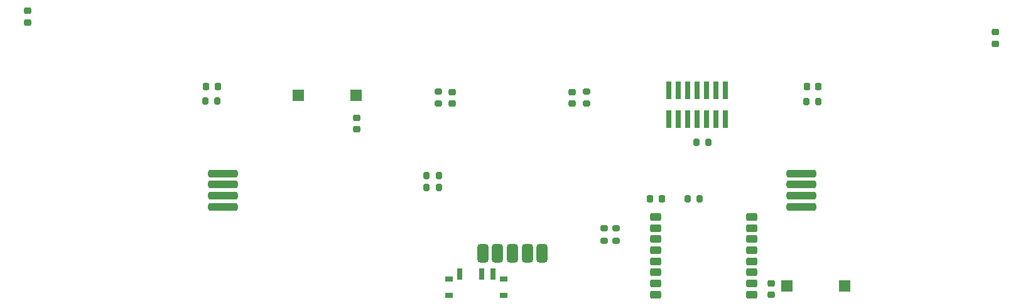
<source format=gbr>
%TF.GenerationSoftware,KiCad,Pcbnew,8.0.4*%
%TF.CreationDate,2024-11-30T13:52:58+01:00*%
%TF.ProjectId,ALL_PCBS,414c4c5f-5043-4425-932e-6b696361645f,rev?*%
%TF.SameCoordinates,Original*%
%TF.FileFunction,Paste,Top*%
%TF.FilePolarity,Positive*%
%FSLAX46Y46*%
G04 Gerber Fmt 4.6, Leading zero omitted, Abs format (unit mm)*
G04 Created by KiCad (PCBNEW 8.0.4) date 2024-11-30 13:52:58*
%MOMM*%
%LPD*%
G01*
G04 APERTURE LIST*
G04 Aperture macros list*
%AMRoundRect*
0 Rectangle with rounded corners*
0 $1 Rounding radius*
0 $2 $3 $4 $5 $6 $7 $8 $9 X,Y pos of 4 corners*
0 Add a 4 corners polygon primitive as box body*
4,1,4,$2,$3,$4,$5,$6,$7,$8,$9,$2,$3,0*
0 Add four circle primitives for the rounded corners*
1,1,$1+$1,$2,$3*
1,1,$1+$1,$4,$5*
1,1,$1+$1,$6,$7*
1,1,$1+$1,$8,$9*
0 Add four rect primitives between the rounded corners*
20,1,$1+$1,$2,$3,$4,$5,0*
20,1,$1+$1,$4,$5,$6,$7,0*
20,1,$1+$1,$6,$7,$8,$9,0*
20,1,$1+$1,$8,$9,$2,$3,0*%
G04 Aperture macros list end*
%ADD10RoundRect,0.200000X0.200000X0.275000X-0.200000X0.275000X-0.200000X-0.275000X0.200000X-0.275000X0*%
%ADD11R,1.000000X0.800000*%
%ADD12R,0.700000X1.500000*%
%ADD13RoundRect,0.200000X-0.200000X-0.275000X0.200000X-0.275000X0.200000X0.275000X-0.200000X0.275000X0*%
%ADD14R,0.740000X2.400000*%
%ADD15RoundRect,0.225000X-0.250000X0.225000X-0.250000X-0.225000X0.250000X-0.225000X0.250000X0.225000X0*%
%ADD16RoundRect,0.225000X0.250000X-0.225000X0.250000X0.225000X-0.250000X0.225000X-0.250000X-0.225000X0*%
%ADD17R,1.500000X1.500000*%
%ADD18RoundRect,0.218750X-0.218750X-0.256250X0.218750X-0.256250X0.218750X0.256250X-0.218750X0.256250X0*%
%ADD19RoundRect,0.200000X0.275000X-0.200000X0.275000X0.200000X-0.275000X0.200000X-0.275000X-0.200000X0*%
%ADD20RoundRect,0.250000X1.750000X0.250000X-1.750000X0.250000X-1.750000X-0.250000X1.750000X-0.250000X0*%
%ADD21RoundRect,0.200000X-0.275000X0.200000X-0.275000X-0.200000X0.275000X-0.200000X0.275000X0.200000X0*%
%ADD22RoundRect,0.375000X0.375000X-0.875000X0.375000X0.875000X-0.375000X0.875000X-0.375000X-0.875000X0*%
%ADD23RoundRect,0.275000X0.475000X0.275000X-0.475000X0.275000X-0.475000X-0.275000X0.475000X-0.275000X0*%
%ADD24RoundRect,0.250000X-1.750000X-0.250000X1.750000X-0.250000X1.750000X0.250000X-1.750000X0.250000X0*%
%ADD25RoundRect,0.218750X-0.256250X0.218750X-0.256250X-0.218750X0.256250X-0.218750X0.256250X0.218750X0*%
G04 APERTURE END LIST*
D10*
%TO.C,R8*%
X188600000Y-120375000D03*
X186950000Y-120375000D03*
%TD*%
D11*
%TO.C,BOOT*%
X154800000Y-131200000D03*
X154800000Y-133410000D03*
X162100000Y-131200000D03*
X162100000Y-133410000D03*
D12*
X156200000Y-130550000D03*
X159200000Y-130550000D03*
X160700000Y-130550000D03*
%TD*%
D13*
%TO.C,R13*%
X151750000Y-118800000D03*
X153400000Y-118800000D03*
%TD*%
D14*
%TO.C,PROG*%
X184450000Y-109600000D03*
X184450000Y-105700000D03*
X185720000Y-109600000D03*
X185720000Y-105700000D03*
X186990000Y-109600000D03*
X186990000Y-105700000D03*
X188260000Y-109600000D03*
X188260000Y-105700000D03*
X189530000Y-109600000D03*
X189530000Y-105700000D03*
X190800000Y-109600000D03*
X190800000Y-105700000D03*
X192070000Y-109600000D03*
X192070000Y-105700000D03*
%TD*%
D15*
%TO.C,C27*%
X198210000Y-131775000D03*
X198210000Y-133325000D03*
%TD*%
D16*
%TO.C,C9*%
X142300000Y-110975000D03*
X142300000Y-109425000D03*
%TD*%
D15*
%TO.C,C1*%
X228450000Y-97875000D03*
X228450000Y-99425000D03*
%TD*%
D17*
%TO.C,KEY*%
X200300000Y-132090000D03*
X208100000Y-132090000D03*
%TD*%
D10*
%TO.C,R7*%
X204575000Y-107200000D03*
X202925000Y-107200000D03*
%TD*%
D18*
%TO.C,D7*%
X181882500Y-120380000D03*
X183457500Y-120380000D03*
%TD*%
D13*
%TO.C,R14*%
X151750000Y-117250000D03*
X153400000Y-117250000D03*
%TD*%
D19*
%TO.C,R2*%
X153300000Y-107525000D03*
X153300000Y-105875000D03*
%TD*%
%TO.C,R1*%
X173300000Y-107525000D03*
X173300000Y-105875000D03*
%TD*%
D17*
%TO.C,RESET*%
X134425000Y-106425000D03*
X142225000Y-106425000D03*
%TD*%
D10*
%TO.C,R3*%
X123575000Y-107175000D03*
X121925000Y-107175000D03*
%TD*%
D20*
%TO.C,Encoder_L1*%
X124300000Y-121450000D03*
X124300000Y-119950000D03*
X124300000Y-118450000D03*
X124300000Y-116950000D03*
%TD*%
D21*
%TO.C,R4*%
X175670000Y-124370000D03*
X175670000Y-126020000D03*
%TD*%
D18*
%TO.C,D3*%
X122012500Y-105200000D03*
X123587500Y-105200000D03*
%TD*%
D22*
%TO.C,IMU*%
X159325000Y-127725000D03*
X161325000Y-127725000D03*
X163325000Y-127725000D03*
X165325000Y-127725000D03*
X167325000Y-127725000D03*
%TD*%
D23*
%TO.C,U7*%
X195590000Y-133300000D03*
X195590000Y-131800000D03*
X195590000Y-130300000D03*
X195590000Y-128800000D03*
X195590000Y-127300000D03*
X195590000Y-125800000D03*
X195590000Y-124300000D03*
X195590000Y-122800000D03*
X182590000Y-122800000D03*
X182590000Y-124300000D03*
X182590000Y-125800000D03*
X182590000Y-127300000D03*
X182590000Y-128800000D03*
X182590000Y-130300000D03*
X182590000Y-131800000D03*
X182590000Y-133300000D03*
%TD*%
D18*
%TO.C,D6*%
X203012500Y-105200000D03*
X204587500Y-105200000D03*
%TD*%
D24*
%TO.C,Encoder_L2*%
X202300000Y-116950000D03*
X202300000Y-118450000D03*
X202300000Y-119950000D03*
X202300000Y-121450000D03*
%TD*%
D13*
%TO.C,R5*%
X188095000Y-112700000D03*
X189745000Y-112700000D03*
%TD*%
D16*
%TO.C,C1*%
X98000000Y-96525000D03*
X98000000Y-94975000D03*
%TD*%
D19*
%TO.C,R6*%
X177300000Y-126025000D03*
X177300000Y-124375000D03*
%TD*%
D25*
%TO.C,D2*%
X155220000Y-105940000D03*
X155220000Y-107515000D03*
%TD*%
%TO.C,D1*%
X171370000Y-105940000D03*
X171370000Y-107515000D03*
%TD*%
M02*

</source>
